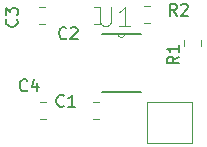
<source format=gto>
G04 #@! TF.GenerationSoftware,KiCad,Pcbnew,(5.1.0)-1*
G04 #@! TF.CreationDate,2019-11-14T11:54:30+01:00*
G04 #@! TF.ProjectId,perpendicular_pcb,70657270-656e-4646-9963-756c61725f70,rev?*
G04 #@! TF.SameCoordinates,Original*
G04 #@! TF.FileFunction,Legend,Top*
G04 #@! TF.FilePolarity,Positive*
%FSLAX46Y46*%
G04 Gerber Fmt 4.6, Leading zero omitted, Abs format (unit mm)*
G04 Created by KiCad (PCBNEW (5.1.0)-1) date 2019-11-14 11:54:30*
%MOMM*%
%LPD*%
G04 APERTURE LIST*
%ADD10C,0.120000*%
%ADD11C,0.152400*%
%ADD12C,0.100000*%
%ADD13C,0.150000*%
%ADD14C,0.050000*%
G04 APERTURE END LIST*
D10*
X155510000Y-94370000D02*
X159320000Y-94370000D01*
X159320000Y-90940000D02*
X159320000Y-94370000D01*
X155510000Y-90940000D02*
X155510000Y-94370000D01*
X155510000Y-90940000D02*
X159320000Y-90940000D01*
X155766078Y-84250000D02*
X155248922Y-84250000D01*
X155766078Y-82830000D02*
X155248922Y-82830000D01*
X158670000Y-86208578D02*
X158670000Y-85691422D01*
X160090000Y-86208578D02*
X160090000Y-85691422D01*
X146433922Y-90950000D02*
X146951078Y-90950000D01*
X146433922Y-92370000D02*
X146951078Y-92370000D01*
X146343922Y-82860000D02*
X146861078Y-82860000D01*
X146343922Y-84280000D02*
X146861078Y-84280000D01*
X150993922Y-82890000D02*
X151511078Y-82890000D01*
X150993922Y-84310000D02*
X151511078Y-84310000D01*
X150968922Y-90960000D02*
X151486078Y-90960000D01*
X150968922Y-92380000D02*
X151486078Y-92380000D01*
D11*
X151660600Y-90043400D02*
X155013400Y-90043400D01*
X155013400Y-85166600D02*
X153641800Y-85166600D01*
X153641800Y-85166600D02*
X153032200Y-85166600D01*
X153032200Y-85166600D02*
X151660600Y-85166600D01*
D12*
X153641800Y-85166600D02*
G75*
G02X153032200Y-85166600I-304800J0D01*
G01*
D13*
X158013333Y-83612380D02*
X157680000Y-83136190D01*
X157441904Y-83612380D02*
X157441904Y-82612380D01*
X157822857Y-82612380D01*
X157918095Y-82660000D01*
X157965714Y-82707619D01*
X158013333Y-82802857D01*
X158013333Y-82945714D01*
X157965714Y-83040952D01*
X157918095Y-83088571D01*
X157822857Y-83136190D01*
X157441904Y-83136190D01*
X158394285Y-82707619D02*
X158441904Y-82660000D01*
X158537142Y-82612380D01*
X158775238Y-82612380D01*
X158870476Y-82660000D01*
X158918095Y-82707619D01*
X158965714Y-82802857D01*
X158965714Y-82898095D01*
X158918095Y-83040952D01*
X158346666Y-83612380D01*
X158965714Y-83612380D01*
X158212380Y-87066666D02*
X157736190Y-87400000D01*
X158212380Y-87638095D02*
X157212380Y-87638095D01*
X157212380Y-87257142D01*
X157260000Y-87161904D01*
X157307619Y-87114285D01*
X157402857Y-87066666D01*
X157545714Y-87066666D01*
X157640952Y-87114285D01*
X157688571Y-87161904D01*
X157736190Y-87257142D01*
X157736190Y-87638095D01*
X158212380Y-86114285D02*
X158212380Y-86685714D01*
X158212380Y-86400000D02*
X157212380Y-86400000D01*
X157355238Y-86495238D01*
X157450476Y-86590476D01*
X157498095Y-86685714D01*
X145358333Y-89917142D02*
X145310714Y-89964761D01*
X145167857Y-90012380D01*
X145072619Y-90012380D01*
X144929761Y-89964761D01*
X144834523Y-89869523D01*
X144786904Y-89774285D01*
X144739285Y-89583809D01*
X144739285Y-89440952D01*
X144786904Y-89250476D01*
X144834523Y-89155238D01*
X144929761Y-89060000D01*
X145072619Y-89012380D01*
X145167857Y-89012380D01*
X145310714Y-89060000D01*
X145358333Y-89107619D01*
X146215476Y-89345714D02*
X146215476Y-90012380D01*
X145977380Y-88964761D02*
X145739285Y-89679047D01*
X146358333Y-89679047D01*
X144459642Y-83916666D02*
X144507261Y-83964285D01*
X144554880Y-84107142D01*
X144554880Y-84202380D01*
X144507261Y-84345238D01*
X144412023Y-84440476D01*
X144316785Y-84488095D01*
X144126309Y-84535714D01*
X143983452Y-84535714D01*
X143792976Y-84488095D01*
X143697738Y-84440476D01*
X143602500Y-84345238D01*
X143554880Y-84202380D01*
X143554880Y-84107142D01*
X143602500Y-83964285D01*
X143650119Y-83916666D01*
X143554880Y-83583333D02*
X143554880Y-82964285D01*
X143935833Y-83297619D01*
X143935833Y-83154761D01*
X143983452Y-83059523D01*
X144031071Y-83011904D01*
X144126309Y-82964285D01*
X144364404Y-82964285D01*
X144459642Y-83011904D01*
X144507261Y-83059523D01*
X144554880Y-83154761D01*
X144554880Y-83440476D01*
X144507261Y-83535714D01*
X144459642Y-83583333D01*
X148673333Y-85497142D02*
X148625714Y-85544761D01*
X148482857Y-85592380D01*
X148387619Y-85592380D01*
X148244761Y-85544761D01*
X148149523Y-85449523D01*
X148101904Y-85354285D01*
X148054285Y-85163809D01*
X148054285Y-85020952D01*
X148101904Y-84830476D01*
X148149523Y-84735238D01*
X148244761Y-84640000D01*
X148387619Y-84592380D01*
X148482857Y-84592380D01*
X148625714Y-84640000D01*
X148673333Y-84687619D01*
X149054285Y-84687619D02*
X149101904Y-84640000D01*
X149197142Y-84592380D01*
X149435238Y-84592380D01*
X149530476Y-84640000D01*
X149578095Y-84687619D01*
X149625714Y-84782857D01*
X149625714Y-84878095D01*
X149578095Y-85020952D01*
X149006666Y-85592380D01*
X149625714Y-85592380D01*
X148463333Y-91217142D02*
X148415714Y-91264761D01*
X148272857Y-91312380D01*
X148177619Y-91312380D01*
X148034761Y-91264761D01*
X147939523Y-91169523D01*
X147891904Y-91074285D01*
X147844285Y-90883809D01*
X147844285Y-90740952D01*
X147891904Y-90550476D01*
X147939523Y-90455238D01*
X148034761Y-90360000D01*
X148177619Y-90312380D01*
X148272857Y-90312380D01*
X148415714Y-90360000D01*
X148463333Y-90407619D01*
X149415714Y-91312380D02*
X148844285Y-91312380D01*
X149130000Y-91312380D02*
X149130000Y-90312380D01*
X149034761Y-90455238D01*
X148939523Y-90550476D01*
X148844285Y-90598095D01*
D14*
X151525807Y-82838545D02*
X151525807Y-84168277D01*
X151604027Y-84324716D01*
X151682246Y-84402935D01*
X151838685Y-84481155D01*
X152151563Y-84481155D01*
X152308002Y-84402935D01*
X152386222Y-84324716D01*
X152464441Y-84168277D01*
X152464441Y-82838545D01*
X154107051Y-84481155D02*
X153168417Y-84481155D01*
X153637734Y-84481155D02*
X153637734Y-82838545D01*
X153481295Y-83073204D01*
X153324856Y-83229643D01*
X153168417Y-83307862D01*
M02*

</source>
